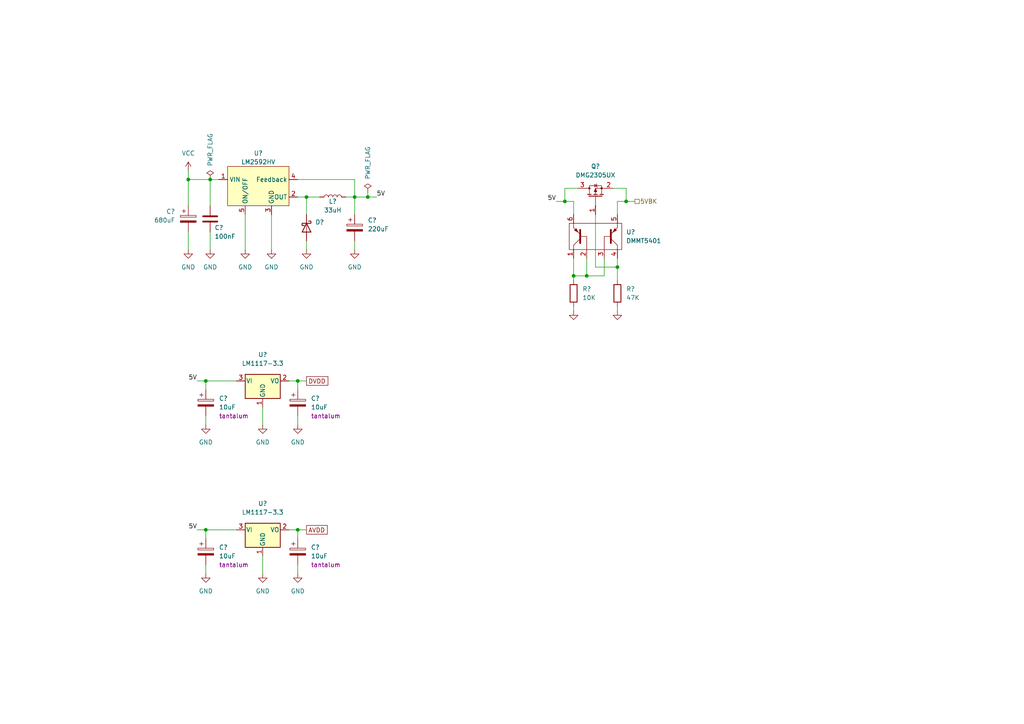
<source format=kicad_sch>
(kicad_sch (version 20211123) (generator eeschema)
  (paper "A4")
  (lib_symbols
    (symbol "Device:C" (pin_numbers hide) (pin_names (offset 0.254))
      (property "Reference" "C" (at 0.635 2.54 0))
      (property "Value" "C" (at 0.635 -2.54 0))
      (symbol "C_0_1"
        (polyline (pts (xy -2.032 -0.762) (xy 2.032 -0.762)) (stroke (width 0.508)))
        (polyline (pts (xy -2.032 0.762) (xy 2.032 0.762)) (stroke (width 0.508)))
      )
      (symbol "C_1_1"
        (pin passive line (at 0 3.81 270) (length 2.794) (name "~") (number "1"))
        (pin passive line (at 0 -3.81 90) (length 2.794) (name "~") (number "2"))
      )
    )
    (symbol "Device:C_Polarized" (pin_numbers hide) (pin_names (offset 0.254))
      (property "Reference" "C" (at 0.635 2.54 0))
      (property "Value" "C_Polarized" (at 0.635 -2.54 0))
      (symbol "C_Polarized_0_1"
        (rectangle (start -2.286 0.508) (end 2.286 1.016))
        (polyline (pts (xy -1.778 2.286) (xy -0.762 2.286)))
        (polyline (pts (xy -1.27 2.794) (xy -1.27 1.778)))
        (rectangle (start 2.286 -0.508) (end -2.286 -1.016) (fill (type outline)))
      )
      (symbol "C_Polarized_1_1"
        (pin passive line (at 0 3.81 270) (length 2.794) (name "~") (number "1"))
        (pin passive line (at 0 -3.81 90) (length 2.794) (name "~") (number "2"))
      )
    )
    (symbol "Device:L" (pin_numbers hide) (pin_names (offset 1.016) hide)
      (property "Reference" "L" (at -1.27 0 90))
      (property "Value" "L" (at 1.905 0 90))
      (symbol "L_0_1"
        (arc (start 0 -2.54) (mid 0.635 -1.905) (end 0 -1.27))
        (arc (start 0 -1.27) (mid 0.635 -0.635) (end 0 0))
        (arc (start 0 0) (mid 0.635 0.635) (end 0 1.27))
        (arc (start 0 1.27) (mid 0.635 1.905) (end 0 2.54))
      )
      (symbol "L_1_1"
        (pin passive line (at 0 3.81 270) (length 1.27) (name "1") (number "1"))
        (pin passive line (at 0 -3.81 90) (length 1.27) (name "2") (number "2"))
      )
    )
    (symbol "Device:R" (pin_numbers hide) (pin_names (offset 0))
      (property "Reference" "R" (at 2.032 0 90))
      (property "Value" "R" (at 0 0 90))
      (symbol "R_0_1"
        (rectangle (start -1.016 -2.54) (end 1.016 2.54) (stroke (width 0.254)))
      )
      (symbol "R_1_1"
        (pin passive line (at 0 3.81 270) (length 1.27) (name "~") (number "1"))
        (pin passive line (at 0 -3.81 90) (length 1.27) (name "~") (number "2"))
      )
    )
    (symbol "Diode:1N5822" (pin_numbers hide) (pin_names (offset 1.016) hide)
      (property "Reference" "D" (at 0 2.54 0))
      (property "Value" "1N5822" (at 0 -2.54 0))
      (symbol "1N5822_0_1"
        (polyline (pts (xy 1.27 0) (xy -1.27 0)))
        (polyline (pts (xy 1.27 1.27) (xy 1.27 -1.27) (xy -1.27 0) (xy 1.27 1.27)) (stroke (width 0.254)))
        (polyline (pts (xy -1.905 0.635) (xy -1.905 1.27) (xy -1.27 1.27) (xy -1.27 -1.27) (xy -0.635 -1.27) (xy -0.635 -0.635)) (stroke (width 0.254)))
      )
      (symbol "1N5822_1_1"
        (pin passive line (at -3.81 0 0) (length 2.54) (name "K") (number "1"))
        (pin passive line (at 3.81 0 180) (length 2.54) (name "A") (number "2"))
      )
    )
    (symbol "Etnolit:DMG2305UX"
      (property "Reference" "Q" (at 3.81 -2.54 0))
      (property "Value" "DMG2305UX" (at 8.89 2.54 0))
      (symbol "DMG2305UX_0_1"
        (polyline (pts (xy -1.016 0) (xy -4.318 0)))
        (polyline (pts (xy -1.016 1.905) (xy -1.016 -1.905)) (stroke (width 0.254)))
        (polyline (pts (xy -0.508 -1.27) (xy -0.508 -2.286)) (stroke (width 0.254)))
        (polyline (pts (xy -0.508 0.508) (xy -0.508 -0.508)) (stroke (width 0.254)))
        (polyline (pts (xy -0.508 2.286) (xy -0.508 1.27)) (stroke (width 0.254)))
        (polyline (pts (xy 1.27 2.54) (xy 1.27 1.778)))
        (polyline (pts (xy 1.27 -2.54) (xy 1.27 0) (xy -0.508 0)))
        (polyline (pts (xy -0.508 -1.778) (xy 2.032 -1.778) (xy 2.032 1.778) (xy -0.508 1.778)))
        (polyline (pts (xy 1.27 0) (xy 0.254 -0.381) (xy 0.254 0.381) (xy 1.27 0)) (fill (type outline)))
        (polyline (pts (xy 1.524 -0.508) (xy 1.651 -0.381) (xy 2.413 -0.381) (xy 2.54 -0.254)))
        (polyline (pts (xy 2.032 -0.381) (xy 1.651 0.254) (xy 2.413 0.254) (xy 2.032 -0.381)))
        (circle (center 1.27 -1.778) (radius 0.254) (fill (type outline)))
        (circle (center 1.27 1.778) (radius 0.254) (fill (type outline)))
      )
      (symbol "DMG2305UX_1_1"
        (pin input line (at -6.35 0 0) (length 2.54) (name "") (number "1"))
        (pin passive line (at 1.27 -5.08 90) (length 2.54) (name "") (number "2"))
        (pin passive line (at 1.27 5.08 270) (length 2.54) (name "") (number "3"))
      )
    )
    (symbol "Etnolit:DMMT5401"
      (property "Reference" "U" (at 8.89 0 0))
      (property "Value" "DMMT5401" (at 8.89 -2.54 0))
      (symbol "DMMT5401_0_1"
        (rectangle (start -7.62 3.81) (end 7.62 -3.81))
        (polyline (pts (xy -6.35 -2.54) (xy -6.35 -3.81)))
        (polyline (pts (xy -6.35 3.81) (xy -6.35 2.54)))
        (polyline (pts (xy -4.445 -0.635) (xy -6.35 -2.54)))
        (polyline (pts (xy -2.54 -3.81) (xy -2.54 0)))
        (polyline (pts (xy -2.54 0) (xy -4.445 0)))
        (polyline (pts (xy 2.54 -3.81) (xy 2.54 0)))
        (polyline (pts (xy 4.445 -0.635) (xy 6.35 -2.54)))
        (polyline (pts (xy 4.445 0) (xy 2.54 0)))
        (polyline (pts (xy 6.35 -3.81) (xy 6.35 -2.54)))
        (polyline (pts (xy 6.35 3.81) (xy 6.35 2.54)))
        (polyline (pts (xy -4.445 -1.905) (xy -4.445 1.905) (xy -4.445 1.905)) (stroke (width 0.508)))
        (polyline (pts (xy -4.445 0.635) (xy -6.35 2.54) (xy -6.35 2.54)))
        (polyline (pts (xy 4.445 -1.905) (xy 4.445 1.905) (xy 4.445 1.905)) (stroke (width 0.508)))
        (polyline (pts (xy 4.445 0.635) (xy 6.35 2.54) (xy 6.35 2.54)))
        (polyline (pts (xy -6.096 1.778) (xy -5.588 2.286) (xy -5.08 1.27) (xy -6.096 1.778) (xy -6.096 1.778)) (fill (type outline)))
        (polyline (pts (xy 6.096 1.778) (xy 5.588 2.286) (xy 5.08 1.27) (xy 6.096 1.778) (xy 6.096 1.778)) (fill (type outline)))
      )
      (symbol "DMMT5401_1_1"
        (pin passive line (at -6.35 -6.35 90) (length 2.54) (name "") (number "1"))
        (pin input line (at -2.54 -6.35 90) (length 2.54) (name "") (number "2"))
        (pin input line (at 2.54 -6.35 90) (length 2.54) (name "") (number "3"))
        (pin passive line (at 6.35 -6.35 90) (length 2.54) (name "") (number "4"))
        (pin passive line (at 6.35 6.35 270) (length 2.54) (name "") (number "5"))
        (pin passive line (at -6.35 6.35 270) (length 2.54) (name "") (number "6"))
      )
    )
    (symbol "Etnolit:LM2592HV"
      (property "Reference" "U" (at 0 7.62 0))
      (property "Value" "LM2592HV" (at 0 10.16 0))
      (symbol "LM2592HV_0_1"
        (rectangle (start -8.89 6.35) (end 8.89 -5.08) (fill (type background)))
      )
      (symbol "LM2592HV_1_1"
        (pin power_in line (at -11.43 2.54 0) (length 2.54) (name "VIN") (number "1"))
        (pin power_out line (at 11.43 -2.54 180) (length 2.54) (name "OUT") (number "2"))
        (pin power_out line (at 3.81 -7.62 90) (length 2.54) (name "GND") (number "3"))
        (pin input line (at 11.43 2.54 180) (length 2.54) (name "Feedback") (number "4"))
        (pin input line (at -3.81 -7.62 90) (length 2.54) (name "ON/OFF") (number "5"))
      )
    )
    (symbol "Regulator_Linear:LM1117-3.3" (pin_names (offset 0.254))
      (property "Reference" "U" (at -3.81 3.175 0))
      (property "Value" "LM1117-3.3" (at 0 3.175 0))
      (symbol "LM1117-3.3_0_1"
        (rectangle (start -5.08 -5.08) (end 5.08 1.905) (stroke (width 0.254)) (fill (type background)))
      )
      (symbol "LM1117-3.3_1_1"
        (pin power_in line (at 0 -7.62 90) (length 2.54) (name "GND") (number "1"))
        (pin power_out line (at 7.62 0 180) (length 2.54) (name "VO") (number "2"))
        (pin power_in line (at -7.62 0 0) (length 2.54) (name "VI") (number "3"))
      )
    )
    (symbol "power:GND" (power) (pin_names (offset 0))
      (property "Value" "GND" (at 0 -3.81 0))
      (symbol "GND_0_1"
        (polyline (pts (xy 0 0) (xy 0 -1.27) (xy 1.27 -1.27) (xy 0 -2.54) (xy -1.27 -1.27) (xy 0 -1.27)))
      )
      (symbol "GND_1_1"
        (pin power_in line (at 0 0 270) (length 0) hide (name "GND") (number "1"))
      )
    )
    (symbol "power:PWR_FLAG" (power) (pin_numbers hide) (pin_names (offset 0) hide)
      (property "Value" "PWR_FLAG" (at 0 3.81 0))
      (symbol "PWR_FLAG_0_0"
        (pin power_out line (at 0 0 90) (length 0) (name "pwr") (number "1"))
      )
      (symbol "PWR_FLAG_0_1"
        (polyline (pts (xy 0 0) (xy 0 1.27) (xy -1.016 1.905) (xy 0 2.54) (xy 1.016 1.905) (xy 0 1.27)))
      )
    )
    (symbol "power:VCC" (power) (pin_names (offset 0))
      (property "Value" "VCC" (at 0 3.81 0))
      (symbol "VCC_0_1"
        (polyline (pts (xy -0.762 1.27) (xy 0 2.54)))
        (polyline (pts (xy 0 0) (xy 0 2.54)))
        (polyline (pts (xy 0 2.54) (xy 0.762 1.27)))
      )
      (symbol "VCC_1_1"
        (pin power_in line (at 0 0 90) (length 0) hide (name "VCC") (number "1"))
      )
    )
  )
  (junction (at 54.61 52.07))
  (junction (at 88.9 57.15))
  (junction (at 102.87 57.15))
  (junction (at 181.61 58.42))
  (junction (at 179.07 77.47))
  (junction (at 59.69 110.49))
  (junction (at 86.36 153.67))
  (junction (at 86.36 110.49))
  (junction (at 59.69 153.67))
  (junction (at 170.18 80.01))
  (junction (at 106.68 57.15))
  (junction (at 60.96 52.07))
  (junction (at 163.83 58.42))
  (junction (at 166.37 80.01))
  (wire (pts (xy 175.26 80.01) (xy 170.18 80.01)))
  (wire (pts (xy 86.36 57.15) (xy 88.9 57.15)))
  (wire (pts (xy 60.96 52.07) (xy 60.96 59.69)))
  (wire (pts (xy 170.18 80.01) (xy 166.37 80.01)))
  (wire (pts (xy 166.37 80.01) (xy 166.37 81.28)))
  (wire (pts (xy 172.72 62.23) (xy 172.72 77.47)))
  (wire (pts (xy 170.18 74.93) (xy 170.18 80.01)))
  (wire (pts (xy 57.15 110.49) (xy 59.69 110.49)))
  (wire (pts (xy 106.68 55.88) (xy 106.68 57.15)))
  (wire (pts (xy 59.69 153.67) (xy 68.58 153.67)))
  (wire (pts (xy 54.61 52.07) (xy 60.96 52.07)))
  (wire (pts (xy 163.83 58.42) (xy 166.37 58.42)))
  (wire (pts (xy 88.9 57.15) (xy 88.9 62.23)))
  (wire (pts (xy 83.82 153.67) (xy 86.36 153.67)))
  (wire (pts (xy 179.07 88.9) (xy 179.07 90.17)))
  (wire (pts (xy 166.37 80.01) (xy 166.37 74.93)))
  (wire (pts (xy 86.36 153.67) (xy 88.9 153.67)))
  (wire (pts (xy 181.61 54.61) (xy 181.61 58.42)))
  (wire (pts (xy 59.69 153.67) (xy 59.69 156.21)))
  (wire (pts (xy 102.87 69.85) (xy 102.87 72.39)))
  (wire (pts (xy 57.15 153.67) (xy 59.69 153.67)))
  (wire (pts (xy 179.07 77.47) (xy 179.07 81.28)))
  (wire (pts (xy 177.8 54.61) (xy 181.61 54.61)))
  (wire (pts (xy 76.2 161.29) (xy 76.2 166.37)))
  (wire (pts (xy 179.07 62.23) (xy 179.07 58.42)))
  (wire (pts (xy 54.61 67.31) (xy 54.61 72.39)))
  (wire (pts (xy 167.64 54.61) (xy 163.83 54.61)))
  (wire (pts (xy 59.69 163.83) (xy 59.69 166.37)))
  (wire (pts (xy 86.36 110.49) (xy 88.9 110.49)))
  (wire (pts (xy 161.29 58.42) (xy 163.83 58.42)))
  (wire (pts (xy 102.87 52.07) (xy 102.87 57.15)))
  (wire (pts (xy 86.36 120.65) (xy 86.36 123.19)))
  (wire (pts (xy 78.74 62.23) (xy 78.74 72.39)))
  (wire (pts (xy 106.68 57.15) (xy 109.22 57.15)))
  (wire (pts (xy 88.9 57.15) (xy 92.71 57.15)))
  (wire (pts (xy 181.61 58.42) (xy 184.15 58.42)))
  (wire (pts (xy 179.07 58.42) (xy 181.61 58.42)))
  (wire (pts (xy 59.69 110.49) (xy 68.58 110.49)))
  (wire (pts (xy 71.12 62.23) (xy 71.12 72.39)))
  (wire (pts (xy 166.37 62.23) (xy 166.37 58.42)))
  (wire (pts (xy 102.87 57.15) (xy 102.87 62.23)))
  (wire (pts (xy 54.61 52.07) (xy 54.61 49.53)))
  (wire (pts (xy 83.82 110.49) (xy 86.36 110.49)))
  (wire (pts (xy 86.36 52.07) (xy 102.87 52.07)))
  (wire (pts (xy 88.9 69.85) (xy 88.9 72.39)))
  (wire (pts (xy 60.96 67.31) (xy 60.96 72.39)))
  (wire (pts (xy 175.26 74.93) (xy 175.26 80.01)))
  (wire (pts (xy 100.33 57.15) (xy 102.87 57.15)))
  (wire (pts (xy 59.69 110.49) (xy 59.69 113.03)))
  (wire (pts (xy 163.83 54.61) (xy 163.83 58.42)))
  (wire (pts (xy 179.07 77.47) (xy 179.07 74.93)))
  (wire (pts (xy 59.69 120.65) (xy 59.69 123.19)))
  (wire (pts (xy 54.61 59.69) (xy 54.61 52.07)))
  (wire (pts (xy 76.2 118.11) (xy 76.2 123.19)))
  (wire (pts (xy 102.87 57.15) (xy 106.68 57.15)))
  (wire (pts (xy 166.37 88.9) (xy 166.37 90.17)))
  (wire (pts (xy 60.96 52.07) (xy 63.5 52.07)))
  (wire (pts (xy 172.72 77.47) (xy 179.07 77.47)))
  (wire (pts (xy 86.36 153.67) (xy 86.36 156.21)))
  (wire (pts (xy 86.36 110.49) (xy 86.36 113.03)))
  (wire (pts (xy 86.36 163.83) (xy 86.36 166.37)))
  (label "5V" (at 57.15 153.67 180))
  (label "5V" (at 161.29 58.42 180))
  (label "5V" (at 109.22 57.15 0))
  (label "5V" (at 57.15 110.49 180))
  (global_label "DVDD" (shape passive) (at 88.9 110.49 0) (property "Intersheet References" "${INTERSHEET_REFS}" (effects hide)))
  (global_label "AVDD" (shape passive) (at 88.9 153.67 0) (property "Intersheet References" "${INTERSHEET_REFS}" (effects hide)))
  (hierarchical_label "5VBK" (shape passive) (at 184.15 58.42 0))
  (symbol (lib_id "power:GND") (at 76.2 123.19 0) (unit 1)
    (property "Reference" "#PWR?" (effects hide))
    (property "Value" "GND" (at 76.2 128.27 0))
  )
  (symbol (lib_id "power:GND") (at 59.69 123.19 0) (unit 1)
    (property "Reference" "#PWR?" (effects hide))
    (property "Value" "GND" (at 59.69 128.27 0))
  )
  (symbol (lib_id "Device:C_Polarized") (at 54.61 63.5 0) (unit 1)
    (property "Reference" "C?" (at 50.8 61.3409 0) (effects (justify right)))
    (property "Value" "680uF" (at 50.8 63.8809 0) (effects (justify right)))
    (property "Footprint" "Capacitor_THT:CP_Radial_D10.0mm_P3.50mm" (effects hide))
  )
  (symbol (lib_id "Device:R") (at 166.37 85.09 0) (unit 1)
    (property "Reference" "R?" (at 168.91 83.8199 0) (effects (justify left)))
    (property "Value" "10K" (at 168.91 86.3599 0) (effects (justify left)))
    (property "Footprint" "Resistor_SMD:R_0805_2012Metric" (effects hide))
  )
  (symbol (lib_id "power:GND") (at 54.61 72.39 0) (unit 1)
    (property "Reference" "#PWR?" (effects hide))
    (property "Value" "GND" (at 54.61 77.47 0))
  )
  (symbol (lib_id "Diode:1N5822") (at 88.9 66.04 270) (unit 1)
    (property "Reference" "D?" (at 91.44 64.4524 90) (effects (justify left)))
    (property "Value" "SSC54-E3/9AT" (effects hide))
    (property "Footprint" "Diode_SMD:D_SMC" (effects hide))
  )
  (symbol (lib_id "power:PWR_FLAG") (at 106.68 55.88 0) (unit 1)
    (property "Reference" "#FLG?" (effects hide))
    (property "Value" "PWR_FLAG" (at 106.68 52.07 90) (effects (justify left)))
  )
  (symbol (lib_id "Regulator_Linear:LM1117-3.3") (at 76.2 110.49 0) (unit 1)
    (property "Reference" "U?" (at 76.2 102.87 0))
    (property "Value" "LM1117-3.3" (at 76.2 105.41 0))
    (property "Footprint" "Package_TO_SOT_SMD:SOT-223-3_TabPin2" (effects hide))
    (property "Datasheet" "http://www.ti.com/lit/ds/symlink/lm1117.pdf" (effects hide))
  )
  (symbol (lib_id "power:GND") (at 102.87 72.39 0) (unit 1)
    (property "Reference" "#PWR?" (effects hide))
    (property "Value" "GND" (at 102.87 77.47 0))
  )
  (symbol (lib_id "Device:C_Polarized") (at 86.36 116.84 0) (unit 1)
    (property "Reference" "C?" (at 90.17 115.5699 0) (effects (justify left)))
    (property "Value" "10uF" (at 90.17 118.1099 0) (effects (justify left)))
    (property "Footprint" "Capacitor_SMD:C_0805_2012Metric" (effects hide))
    (property "Type" "tantalum" (at 90.17 120.65 0) (effects (justify left)))
  )
  (symbol (lib_id "power:GND") (at 78.74 72.39 0) (unit 1)
    (property "Reference" "#PWR?" (effects hide))
    (property "Value" "GND" (at 78.74 77.47 0))
  )
  (symbol (lib_id "power:GND") (at 59.69 166.37 0) (unit 1)
    (property "Reference" "#PWR?" (effects hide))
    (property "Value" "GND" (at 59.69 171.45 0))
  )
  (symbol (lib_id "Etnolit:DMG2305UX") (at 172.72 55.88 90) (unit 1)
    (property "Reference" "Q?" (at 172.72 48.26 90))
    (property "Value" "DMG2305UX" (at 172.72 50.8 90))
    (property "Footprint" "Package_TO_SOT_SMD:SOT-23" (effects hide))
  )
  (symbol (lib_id "Device:C_Polarized") (at 86.36 160.02 0) (unit 1)
    (property "Reference" "C?" (at 90.17 158.7499 0) (effects (justify left)))
    (property "Value" "10uF" (at 90.17 161.2899 0) (effects (justify left)))
    (property "Footprint" "Capacitor_SMD:C_0805_2012Metric" (effects hide))
    (property "Type" "tantalum" (at 90.17 163.83 0) (effects (justify left)))
  )
  (symbol (lib_id "Regulator_Linear:LM1117-3.3") (at 76.2 153.67 0) (unit 1)
    (property "Reference" "U?" (at 76.2 146.05 0))
    (property "Value" "LM1117-3.3" (at 76.2 148.59 0))
    (property "Footprint" "Package_TO_SOT_SMD:SOT-223-3_TabPin2" (effects hide))
    (property "Datasheet" "http://www.ti.com/lit/ds/symlink/lm1117.pdf" (effects hide))
  )
  (symbol (lib_id "power:GND") (at 179.07 90.17 0) (unit 1)
    (property "Reference" "#PWR?" (effects hide))
    (property "Value" "GND" (effects hide))
  )
  (symbol (lib_id "power:PWR_FLAG") (at 60.96 52.07 0) (unit 1)
    (property "Reference" "#FLG?" (effects hide))
    (property "Value" "PWR_FLAG" (at 60.96 48.26 90) (effects (justify left)))
  )
  (symbol (lib_id "Device:C_Polarized") (at 102.87 66.04 0) (unit 1)
    (property "Reference" "C?" (at 106.68 63.8809 0) (effects (justify left)))
    (property "Value" "220uF" (at 106.68 66.4209 0) (effects (justify left)))
    (property "Footprint" "Capacitor_THT:CP_Radial_D8.0mm_P3.50mm" (effects hide))
  )
  (symbol (lib_id "Etnolit:DMMT5401") (at 172.72 68.58 0) (unit 1)
    (property "Reference" "U?" (at 181.61 67.3099 0) (effects (justify left)))
    (property "Value" "DMMT5401" (at 181.61 69.8499 0) (effects (justify left)))
    (property "Footprint" "Package_TO_SOT_SMD:SOT-23-6" (effects hide))
  )
  (symbol (lib_id "power:GND") (at 60.96 72.39 0) (unit 1)
    (property "Reference" "#PWR?" (effects hide))
    (property "Value" "GND" (at 60.96 77.47 0))
  )
  (symbol (lib_id "Etnolit:LM2592HV") (at 74.93 54.61 0) (unit 1)
    (property "Reference" "U?" (at 74.93 44.45 0))
    (property "Value" "LM2592HV" (at 74.93 46.99 0))
    (property "Footprint" "Package_TO_SOT_SMD:TO-263-5_TabPin3" (effects hide))
  )
  (symbol (lib_id "power:GND") (at 86.36 166.37 0) (unit 1)
    (property "Reference" "#PWR?" (effects hide))
    (property "Value" "GND" (at 86.36 171.45 0))
  )
  (symbol (lib_id "power:VCC") (at 54.61 49.53 0) (unit 1)
    (property "Reference" "#PWR?" (effects hide))
    (property "Value" "VCC" (at 54.61 44.45 0))
  )
  (symbol (lib_id "power:GND") (at 76.2 166.37 0) (unit 1)
    (property "Reference" "#PWR?" (effects hide))
    (property "Value" "GND" (at 76.2 171.45 0))
  )
  (symbol (lib_id "power:GND") (at 88.9 72.39 0) (unit 1)
    (property "Reference" "#PWR?" (effects hide))
    (property "Value" "GND" (at 88.9 77.47 0))
  )
  (symbol (lib_id "power:GND") (at 166.37 90.17 0) (unit 1)
    (property "Reference" "#PWR?" (effects hide))
    (property "Value" "GND" (effects hide))
  )
  (symbol (lib_id "Device:C_Polarized") (at 59.69 116.84 0) (unit 1)
    (property "Reference" "C?" (at 63.5 115.5699 0) (effects (justify left)))
    (property "Value" "10uF" (at 63.5 118.1099 0) (effects (justify left)))
    (property "Footprint" "Capacitor_SMD:C_0805_2012Metric" (effects hide))
    (property "Type" "tantalum" (at 63.5 120.65 0) (effects (justify left)))
  )
  (symbol (lib_id "power:GND") (at 71.12 72.39 0) (unit 1)
    (property "Reference" "#PWR?" (effects hide))
    (property "Value" "GND" (at 71.12 77.47 0))
  )
  (symbol (lib_id "Device:R") (at 179.07 85.09 0) (unit 1)
    (property "Reference" "R?" (at 181.61 83.8199 0) (effects (justify left)))
    (property "Value" "47K" (at 181.61 86.3599 0) (effects (justify left)))
    (property "Footprint" "Resistor_SMD:R_0805_2012Metric" (effects hide))
  )
  (symbol (lib_id "power:GND") (at 86.36 123.19 0) (unit 1)
    (property "Reference" "#PWR?" (effects hide))
    (property "Value" "GND" (at 86.36 128.27 0))
  )
  (symbol (lib_id "Device:C_Polarized") (at 59.69 160.02 0) (unit 1)
    (property "Reference" "C?" (at 63.5 158.7499 0) (effects (justify left)))
    (property "Value" "10uF" (at 63.5 161.2899 0) (effects (justify left)))
    (property "Footprint" "Capacitor_SMD:C_0805_2012Metric" (effects hide))
    (property "Type" "tantalum" (at 63.5 163.83 0) (effects (justify left)))
  )
  (symbol (lib_id "Device:C") (at 60.96 63.5 0) (unit 1)
    (property "Reference" "C?" (at 62.23 66.04 0) (effects (justify left)))
    (property "Value" "100nF" (at 62.23 68.58 0) (effects (justify left)))
    (property "Footprint" "Capacitor_SMD:C_0805_2012Metric" (effects hide))
  )
  (symbol (lib_id "Device:L") (at 96.52 57.15 90) (unit 1)
    (property "Reference" "L?" (at 96.52 58.42 90))
    (property "Value" "33uH" (at 96.52 60.96 90))
    (property "Footprint" "Inductor_SMD:L_Bourns_SRR1260" (effects hide))
  )
)
</source>
